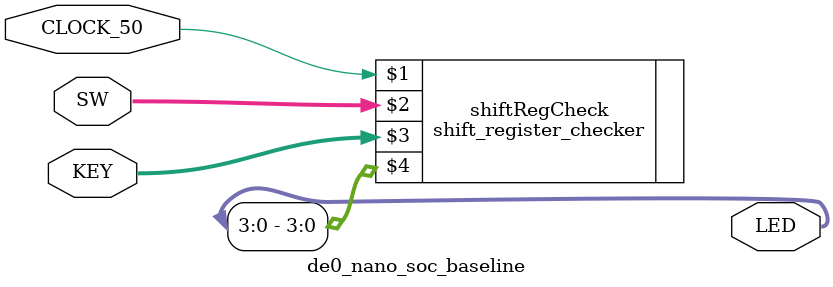
<source format=v>
module de0_nano_soc_baseline(
	input CLOCK_50,
	input	[3:0] SW,
	input	[1:0]	KEY,
	output [7:0] LED	
);

shift_register_checker shiftRegCheck(CLOCK_50, SW[3:0], KEY[1:0], LED[3:0]);

endmodule
</source>
